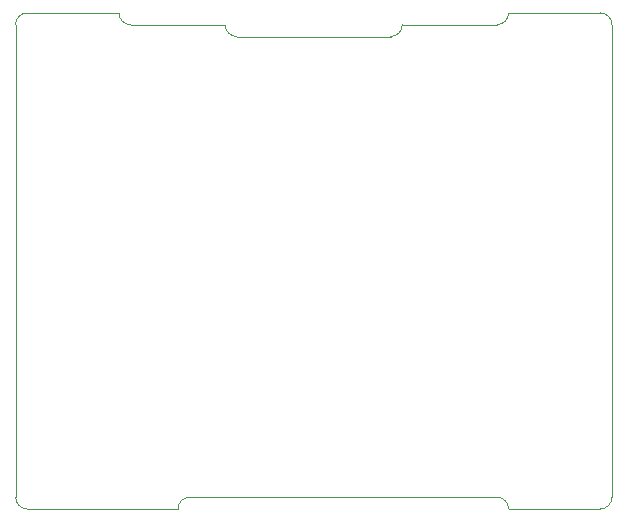
<source format=gbr>
%TF.GenerationSoftware,KiCad,Pcbnew,7.0.10*%
%TF.CreationDate,2024-04-16T15:47:17+10:00*%
%TF.ProjectId,cptibp1a-pcb,63707469-6270-4316-912d-7063622e6b69,rev?*%
%TF.SameCoordinates,Original*%
%TF.FileFunction,Profile,NP*%
%FSLAX46Y46*%
G04 Gerber Fmt 4.6, Leading zero omitted, Abs format (unit mm)*
G04 Created by KiCad (PCBNEW 7.0.10) date 2024-04-16 15:47:17*
%MOMM*%
%LPD*%
G01*
G04 APERTURE LIST*
%TA.AperFunction,Profile*%
%ADD10C,0.100000*%
%TD*%
G04 APERTURE END LIST*
D10*
X-7500000Y-1000000D02*
G75*
G03*
X-6500000Y-2000000I999999J-1D01*
G01*
X-10500000Y-41000000D02*
G75*
G03*
X-11500000Y-42000000I-1J-999999D01*
G01*
X-16500000Y0D02*
G75*
G03*
X-15500000Y-1000000I999999J-1D01*
G01*
X-10500000Y-41000000D02*
X15500000Y-41000000D01*
X-11500000Y-42000000D02*
X-24250000Y-42000000D01*
X15500000Y-1000000D02*
G75*
G03*
X16500000Y0I0J1000000D01*
G01*
X16500000Y0D02*
X24250000Y0D01*
X25250000Y-1000000D02*
X25250000Y-41000000D01*
X-24250000Y0D02*
X-16500000Y0D01*
X6500000Y-2000000D02*
G75*
G03*
X7500000Y-1000000I0J1000000D01*
G01*
X7500000Y-1000000D02*
X15500000Y-1000000D01*
X25250000Y-1000000D02*
G75*
G03*
X24250000Y0I-1000000J0D01*
G01*
X-25250000Y-41000000D02*
X-25250000Y-1000000D01*
X-6500000Y-2000000D02*
X6500000Y-2000000D01*
X-15500000Y-1000000D02*
X-7500000Y-1000000D01*
X24250000Y-42000000D02*
G75*
G03*
X25250000Y-41000000I0J1000000D01*
G01*
X-24250000Y0D02*
G75*
G03*
X-25250000Y-1000000I-1J-999999D01*
G01*
X-25250000Y-41000000D02*
G75*
G03*
X-24250000Y-42000000I999999J-1D01*
G01*
X16500000Y-42000000D02*
G75*
G03*
X15500000Y-41000000I-1000000J0D01*
G01*
X16500000Y-42000000D02*
X24250000Y-42000000D01*
M02*

</source>
